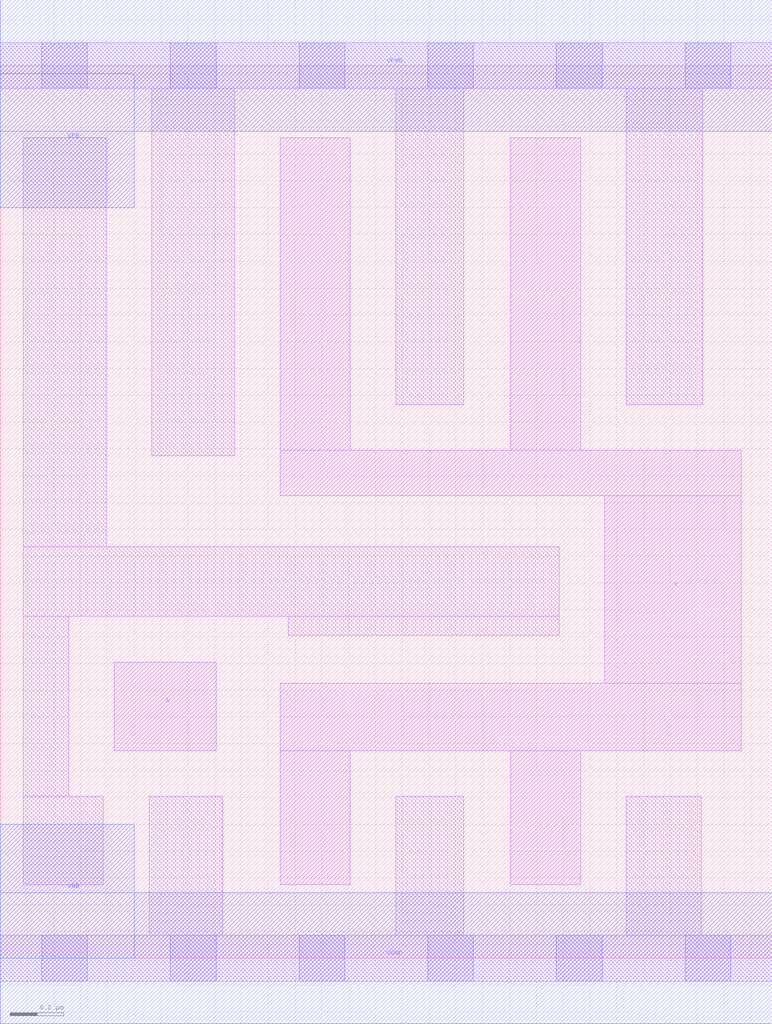
<source format=lef>
# Copyright 2020 The SkyWater PDK Authors
#
# Licensed under the Apache License, Version 2.0 (the "License");
# you may not use this file except in compliance with the License.
# You may obtain a copy of the License at
#
#     https://www.apache.org/licenses/LICENSE-2.0
#
# Unless required by applicable law or agreed to in writing, software
# distributed under the License is distributed on an "AS IS" BASIS,
# WITHOUT WARRANTIES OR CONDITIONS OF ANY KIND, either express or implied.
# See the License for the specific language governing permissions and
# limitations under the License.
#
# SPDX-License-Identifier: Apache-2.0

VERSION 5.5 ;
NAMESCASESENSITIVE ON ;
BUSBITCHARS "[]" ;
DIVIDERCHAR "/" ;
MACRO sky130_fd_sc_lp__clkbuf_4
  CLASS CORE ;
  SOURCE USER ;
  ORIGIN  0.000000  0.000000 ;
  SIZE  2.880000 BY  3.330000 ;
  SYMMETRY X Y R90 ;
  SITE unit ;
  PIN A
    ANTENNAGATEAREA  0.252000 ;
    DIRECTION INPUT ;
    USE SIGNAL ;
    PORT
      LAYER li1 ;
        RECT 0.425000 0.775000 0.805000 1.105000 ;
    END
  END A
  PIN X
    ANTENNADIFFAREA  0.940800 ;
    DIRECTION OUTPUT ;
    USE SIGNAL ;
    PORT
      LAYER li1 ;
        RECT 1.045000 0.275000 1.305000 0.775000 ;
        RECT 1.045000 0.775000 2.765000 1.025000 ;
        RECT 1.045000 1.725000 2.765000 1.895000 ;
        RECT 1.045000 1.895000 1.305000 3.060000 ;
        RECT 1.905000 0.275000 2.165000 0.775000 ;
        RECT 1.905000 1.895000 2.165000 3.060000 ;
        RECT 2.255000 1.025000 2.765000 1.725000 ;
    END
  END X
  PIN VGND
    DIRECTION INOUT ;
    USE GROUND ;
    PORT
      LAYER met1 ;
        RECT 0.000000 -0.245000 2.880000 0.245000 ;
    END
  END VGND
  PIN VNB
    DIRECTION INOUT ;
    USE GROUND ;
    PORT
      LAYER met1 ;
        RECT 0.000000 0.000000 0.500000 0.500000 ;
    END
  END VNB
  PIN VPB
    DIRECTION INOUT ;
    USE POWER ;
    PORT
      LAYER met1 ;
        RECT 0.000000 2.800000 0.500000 3.300000 ;
    END
  END VPB
  PIN VPWR
    DIRECTION INOUT ;
    USE POWER ;
    PORT
      LAYER met1 ;
        RECT 0.000000 3.085000 2.880000 3.575000 ;
    END
  END VPWR
  OBS
    LAYER li1 ;
      RECT 0.000000 -0.085000 2.880000 0.085000 ;
      RECT 0.000000  3.245000 2.880000 3.415000 ;
      RECT 0.085000  0.275000 0.385000 0.605000 ;
      RECT 0.085000  0.605000 0.255000 1.275000 ;
      RECT 0.085000  1.275000 2.085000 1.535000 ;
      RECT 0.085000  1.535000 0.395000 3.060000 ;
      RECT 0.555000  0.085000 0.830000 0.605000 ;
      RECT 0.565000  1.875000 0.875000 3.245000 ;
      RECT 1.075000  1.205000 2.085000 1.275000 ;
      RECT 1.475000  0.085000 1.730000 0.605000 ;
      RECT 1.475000  2.065000 1.730000 3.245000 ;
      RECT 2.335000  0.085000 2.615000 0.605000 ;
      RECT 2.335000  2.065000 2.620000 3.245000 ;
    LAYER mcon ;
      RECT 0.155000 -0.085000 0.325000 0.085000 ;
      RECT 0.155000  3.245000 0.325000 3.415000 ;
      RECT 0.635000 -0.085000 0.805000 0.085000 ;
      RECT 0.635000  3.245000 0.805000 3.415000 ;
      RECT 1.115000 -0.085000 1.285000 0.085000 ;
      RECT 1.115000  3.245000 1.285000 3.415000 ;
      RECT 1.595000 -0.085000 1.765000 0.085000 ;
      RECT 1.595000  3.245000 1.765000 3.415000 ;
      RECT 2.075000 -0.085000 2.245000 0.085000 ;
      RECT 2.075000  3.245000 2.245000 3.415000 ;
      RECT 2.555000 -0.085000 2.725000 0.085000 ;
      RECT 2.555000  3.245000 2.725000 3.415000 ;
  END
END sky130_fd_sc_lp__clkbuf_4
END LIBRARY

</source>
